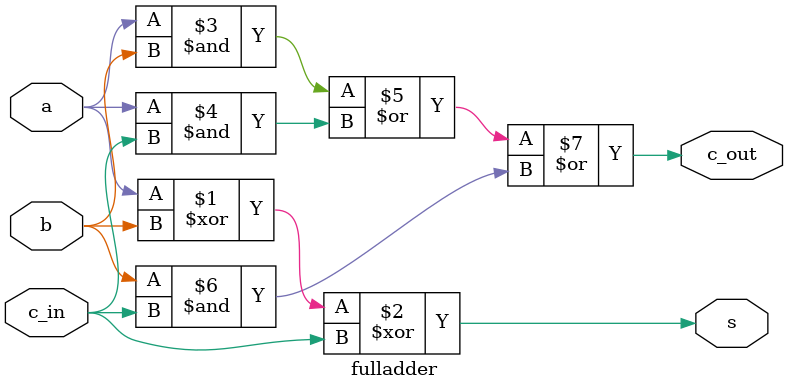
<source format=sv>
module part1(a, b, c_in, s, c_out);
    input logic [3:0] a,b;
	input logic c_in;  // NEED TO SEPARATE DIFFERENT SIZED PARAMETERS
    output logic [3:0] s,c_out;
 
    logic c1, c2, c3;

    fulladder fa1(.a(a[0]), .b(b[0]), .c_in(c_in), .c_out(c1), .s(s[0]));

    fulladder fa2(.a(a[1]), .b(b[1]), .c_in(c1), .c_out(c2), .s(s[1]));

    fulladder fa3(.a(a[2]), .b(b[2]), .c_in(c2), .c_out(c3), .s(s[2]));
    
    fulladder fa4(.a(a[3]), .b(b[3]), .c_in(c3), .c_out(c_out[3]), .s(s[3]));

	assign c_out[0] = c1;
	assign c_out[1] = c2;
	assign c_out[2] = c3;

endmodule

module fulladder(a,b,c_in,c_out,s);
    input logic a,b,c_in;
    output logic c_out,s;
 
    assign s = a ^ b ^ c_in;
    assign c_out = (a&b) | (a&c_in) | (b&c_in);
           
endmodule
</source>
